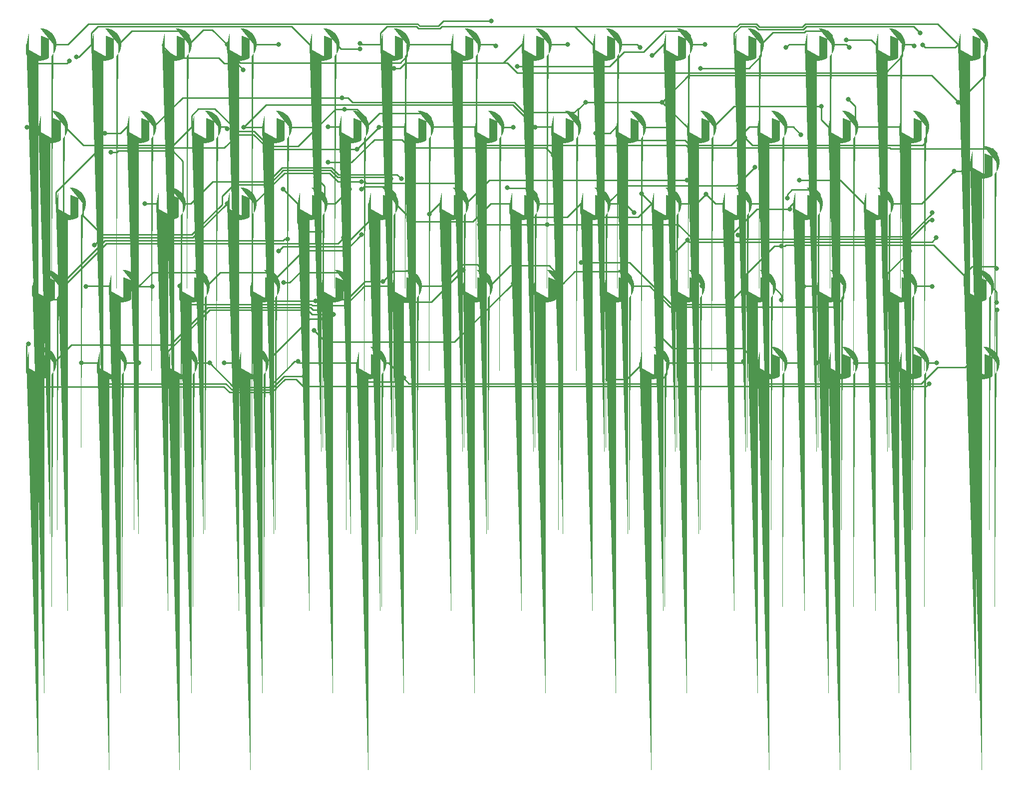
<source format=gbr>
G04 #@! TF.GenerationSoftware,KiCad,Pcbnew,6.0.4-6f826c9f35~116~ubuntu20.04.1*
G04 #@! TF.CreationDate,2022-04-24T22:14:44+02:00*
G04 #@! TF.ProjectId,keyboard,6b657962-6f61-4726-942e-6b696361645f,rev?*
G04 #@! TF.SameCoordinates,Original*
G04 #@! TF.FileFunction,Copper,L1,Top*
G04 #@! TF.FilePolarity,Positive*
%FSLAX46Y46*%
G04 Gerber Fmt 4.6, Leading zero omitted, Abs format (unit mm)*
G04 Created by KiCad (PCBNEW 6.0.4-6f826c9f35~116~ubuntu20.04.1) date 2022-04-24 22:14:44*
%MOMM*%
%LPD*%
G01*
G04 APERTURE LIST*
G04 Aperture macros list*
%AMFreePoly0*
4,1,103,0.422812,1.999002,0.439619,1.993171,0.440305,1.991756,0.441755,1.991155,0.448553,1.974744,0.456314,1.958736,0.455799,1.957251,0.456400,1.955800,0.456400,-0.935780,2.413800,-2.023224,2.413800,1.422400,2.417334,1.430931,2.417061,1.440161,2.424368,1.447914,2.428445,1.457755,2.436975,1.461288,2.443309,1.468008,2.453957,1.468323,2.463800,1.472400,2.472331,1.468866,
2.481561,1.469139,3.751561,0.986539,3.759314,0.979232,3.769155,0.975155,3.772688,0.966625,3.779408,0.960291,3.779723,0.949643,3.783800,0.939800,3.783800,-2.260600,3.782370,-2.264052,3.783297,-2.267671,3.775221,-2.281311,3.769155,-2.295955,3.765704,-2.297385,3.763800,-2.300600,3.560600,-2.453000,3.554370,-2.454596,3.549831,-2.459154,3.245031,-2.586154,3.241949,-2.586160,
3.239536,-2.588076,2.883936,-2.689676,2.881796,-2.689430,2.880006,-2.690629,2.499006,-2.766829,2.493956,-2.765830,2.489200,-2.767800,2.032000,-2.767800,2.028200,-2.766226,2.024202,-2.767188,1.541602,-2.690988,1.537909,-2.688727,1.533589,-2.689034,1.076389,-2.536634,1.071884,-2.532727,1.065995,-2.531783,0.735795,-2.328583,0.733473,-2.325375,0.729703,-2.324169,0.399503,-2.044769,
0.398489,-2.042802,0.396444,-2.041955,0.117045,-1.762555,0.115214,-1.758134,0.111198,-1.755527,-0.168202,-1.349126,-0.169400,-1.343493,-0.173424,-1.339370,-0.325824,-0.958370,-0.325797,-0.956186,-0.327189,-0.954504,-0.428789,-0.624304,-0.428380,-0.619972,-0.430561,-0.616208,-0.481361,-0.235208,-0.480462,-0.231830,-0.481800,-0.228600,-0.481800,0.203200,-0.480370,0.206652,-0.481297,0.210271,
-0.430498,0.565871,-0.428402,0.569410,-0.428789,0.573504,-0.327189,0.903704,-0.324938,0.906424,-0.324798,0.909953,-0.172398,1.240153,-0.171085,1.241365,-0.170895,1.243143,-0.018495,1.522543,-0.015193,1.525207,-0.014068,1.529297,0.163733,1.757897,0.165256,1.758763,0.165830,1.760418,0.369030,1.989019,0.370444,1.989705,0.371045,1.991155,0.387459,1.997954,0.403464,2.005714,
0.404949,2.005199,0.406400,2.005800,0.422812,1.999002,0.422812,1.999002,$1*%
%AMFreePoly1*
4,1,94,-2.235111,2.741264,-2.232081,2.742303,-1.825681,2.716903,-1.821113,2.714668,-1.816075,2.715354,-1.333475,2.588354,-1.329741,2.585515,-1.325056,2.585309,-0.944056,2.407509,-0.941067,2.404245,-0.936740,2.403310,-0.606540,2.174710,-0.605988,2.173853,-0.605000,2.173600,-0.300200,1.945000,-0.297615,1.940634,-0.293035,1.938448,-0.064435,1.684448,-0.062855,1.679982,-0.059017,1.677205,
0.144183,1.347005,0.144553,1.344694,0.146321,1.343161,0.324121,0.987561,0.324386,0.983834,0.326834,0.981011,0.453834,0.600012,0.453469,0.594877,0.456014,0.590402,0.506814,0.184001,0.505943,0.180834,0.507200,0.177800,0.507200,-0.203200,0.505543,-0.207200,0.506520,-0.211419,0.430320,-0.668620,0.428143,-0.672110,0.428434,-0.676211,0.276034,-1.133411,0.273146,-1.136741,
0.272718,-1.141129,0.069518,-1.522129,0.064272,-1.526442,0.061877,-1.532797,-0.319123,-1.939197,-0.319914,-1.939555,-0.320245,-1.940355,-0.337228,-1.947390,-0.353988,-1.954974,-0.354799,-1.954668,-0.355600,-1.955000,-0.372581,-1.947966,-0.389797,-1.941477,-0.390155,-1.940686,-0.390955,-1.940355,-0.397990,-1.923372,-0.405574,-1.906612,-0.405268,-1.905801,-0.405600,-1.905000,-0.405600,1.311106,
-2.413800,2.036962,-2.413800,-1.320800,-2.419036,-1.333440,-2.421184,-1.346951,-2.426114,-1.350528,-2.428445,-1.356155,-2.441085,-1.361391,-2.452158,-1.369425,-2.458172,-1.368469,-2.463800,-1.370800,-2.476440,-1.365564,-2.489951,-1.363416,-3.607551,-0.677616,-3.611128,-0.672686,-3.616755,-0.670355,-3.621990,-0.657716,-3.630025,-0.646643,-3.629069,-0.640628,-3.631400,-0.635000,-3.631400,2.362200,
-3.627829,2.370821,-3.628067,2.380149,-3.620795,2.387803,-3.616755,2.397555,-3.608136,2.401125,-3.601707,2.407891,-3.144507,2.611091,-3.139306,2.611224,-3.135047,2.614209,-2.677846,2.715809,-2.673713,2.715082,-2.669936,2.716914,-2.238137,2.742314,-2.235111,2.741264,-2.235111,2.741264,$1*%
G04 Aperture macros list end*
G04 #@! TA.AperFunction,SMDPad,CuDef*
%ADD10FreePoly0,0.000000*%
G04 #@! TD*
G04 #@! TA.AperFunction,SMDPad,CuDef*
%ADD11FreePoly1,0.000000*%
G04 #@! TD*
G04 #@! TA.AperFunction,ViaPad*
%ADD12C,0.800000*%
G04 #@! TD*
G04 #@! TA.AperFunction,Conductor*
%ADD13C,0.250000*%
G04 #@! TD*
G04 APERTURE END LIST*
D10*
X21446000Y-24214600D03*
D11*
X25992600Y-24214600D03*
D10*
X26446000Y-51214600D03*
D11*
X30992600Y-51214600D03*
D10*
X22446000Y-65214600D03*
D11*
X26992600Y-65214600D03*
D10*
X21446000Y-78214600D03*
D11*
X25992600Y-78214600D03*
D10*
X32446000Y-24214600D03*
D11*
X36992600Y-24214600D03*
D10*
X38446000Y-38214600D03*
D11*
X42992600Y-38214600D03*
D10*
X43446000Y-51214600D03*
D11*
X47992600Y-51214600D03*
D10*
X35446000Y-65214600D03*
D11*
X39992600Y-65214600D03*
D10*
X33446000Y-78214600D03*
D11*
X37992600Y-78214600D03*
D10*
X49446000Y-38214600D03*
D11*
X53992600Y-38214600D03*
D10*
X55446000Y-51214600D03*
D11*
X59992600Y-51214600D03*
D10*
X47446000Y-65214600D03*
D11*
X51992600Y-65214600D03*
D10*
X45446000Y-78214600D03*
D11*
X49992600Y-78214600D03*
D10*
X61446000Y-38214600D03*
D11*
X65992600Y-38214600D03*
D10*
X67446000Y-51214600D03*
D11*
X71992600Y-51214600D03*
D10*
X59446000Y-65214600D03*
D11*
X63992600Y-65214600D03*
D10*
X57446000Y-78214600D03*
D11*
X61992600Y-78214600D03*
D10*
X69446000Y-24214600D03*
D11*
X73992600Y-24214600D03*
D10*
X74446000Y-38214600D03*
D11*
X78992600Y-38214600D03*
D10*
X79446000Y-51214600D03*
D11*
X83992600Y-51214600D03*
D10*
X71446000Y-65214600D03*
D11*
X75992600Y-65214600D03*
D10*
X77446000Y-78214600D03*
D11*
X81992600Y-78214600D03*
D10*
X81446000Y-24214600D03*
D11*
X85992600Y-24214600D03*
D10*
X85446000Y-38214600D03*
D11*
X89992600Y-38214600D03*
D10*
X91446000Y-51214600D03*
D11*
X95992600Y-51214600D03*
D10*
X83446000Y-65214600D03*
D11*
X87992600Y-65214600D03*
D10*
X145446000Y-78214600D03*
D11*
X149992600Y-78214600D03*
D10*
X97446000Y-38214600D03*
D11*
X101992600Y-38214600D03*
D10*
X103446000Y-51214600D03*
D11*
X107992600Y-51214600D03*
D10*
X95446000Y-65214600D03*
D11*
X99992600Y-65214600D03*
D10*
X157446000Y-78214600D03*
D11*
X161992600Y-78214600D03*
D10*
X105446000Y-24214600D03*
D11*
X109992600Y-24214600D03*
D10*
X110446000Y-38214600D03*
D11*
X114992600Y-38214600D03*
D10*
X115446000Y-51214600D03*
D11*
X119992600Y-51214600D03*
D10*
X107446000Y-65214600D03*
D11*
X111992600Y-65214600D03*
D10*
X169446000Y-78214600D03*
D11*
X173992600Y-78214600D03*
D10*
X117446000Y-24214600D03*
D11*
X121992600Y-24214600D03*
D10*
X121446000Y-38214600D03*
D11*
X125992600Y-38214600D03*
D10*
X127446000Y-51214600D03*
D11*
X131992600Y-51214600D03*
D10*
X119446000Y-65214600D03*
D11*
X123992600Y-65214600D03*
D10*
X181446000Y-78214600D03*
D11*
X185992600Y-78214600D03*
D10*
X129446000Y-24214600D03*
D11*
X133992600Y-24214600D03*
D10*
X133446000Y-38214600D03*
D11*
X137992600Y-38214600D03*
D10*
X139446000Y-51214600D03*
D11*
X143992600Y-51214600D03*
D10*
X131446000Y-65214600D03*
D11*
X135992600Y-65214600D03*
D10*
X151446000Y-51214600D03*
D11*
X155992600Y-51214600D03*
D10*
X143446000Y-65214600D03*
D11*
X147992600Y-65214600D03*
D10*
X153446000Y-24214600D03*
D11*
X157992600Y-24214600D03*
D10*
X157446000Y-38214600D03*
D11*
X161992600Y-38214600D03*
D10*
X163446000Y-51214600D03*
D11*
X167992600Y-51214600D03*
D10*
X155446000Y-65214600D03*
D11*
X159992600Y-65214600D03*
D10*
X165446000Y-24214600D03*
D11*
X169992600Y-24214600D03*
D10*
X169446000Y-38214600D03*
D11*
X173992600Y-38214600D03*
D10*
X167446000Y-65214600D03*
D11*
X171992600Y-65214600D03*
D10*
X179446000Y-24214600D03*
D11*
X183992600Y-24214600D03*
D10*
X181446000Y-44214600D03*
D11*
X185992600Y-44214600D03*
D10*
X180446000Y-65214600D03*
D11*
X184992600Y-65214600D03*
D10*
X141446000Y-24214600D03*
D11*
X145992600Y-24214600D03*
D10*
X23446000Y-38214600D03*
D11*
X27992600Y-38214600D03*
D10*
X44446000Y-24214600D03*
D11*
X48992600Y-24214600D03*
D10*
X55446000Y-24214600D03*
D11*
X59992600Y-24214600D03*
D10*
X93446000Y-24214600D03*
D11*
X97992600Y-24214600D03*
D10*
X125446000Y-78214600D03*
D11*
X129992600Y-78214600D03*
D10*
X145446000Y-38214600D03*
D11*
X149992600Y-38214600D03*
D12*
X175024990Y-65250000D03*
X31500000Y-65250006D03*
X21750000Y-75000000D03*
X21500000Y-38250000D03*
X55446000Y-51214600D03*
X32987338Y-58237342D03*
X173000000Y-22249998D03*
X65074979Y-64585907D03*
X64249992Y-59250000D03*
X174499999Y-81750000D03*
X111750000Y-51000000D03*
X47475010Y-65214600D03*
X55500000Y-38500000D03*
X55000000Y-78250000D03*
X95512660Y-62512660D03*
X103000000Y-48500000D03*
X118000000Y-39250000D03*
X29939027Y-26343879D03*
X119987340Y-80987340D03*
X34750000Y-39250000D03*
X150250000Y-24750000D03*
X84664496Y-81475001D03*
X95445992Y-65214608D03*
X52500002Y-78250000D03*
X145000000Y-45000000D03*
X67524990Y-78000000D03*
X124500000Y-52750000D03*
X58250000Y-38250000D03*
X150925021Y-52183290D03*
X89750000Y-53000000D03*
X107446000Y-65214600D03*
X109750000Y-54750000D03*
X98250000Y-54750000D03*
X107750000Y-38250000D03*
X58224500Y-28500000D03*
X152500000Y-78250000D03*
X65750000Y-57250000D03*
X186012660Y-69262660D03*
X186000000Y-62250000D03*
X64250000Y-24250000D03*
X149500000Y-58425021D03*
X119446000Y-65214600D03*
X72624968Y-44221934D03*
X156250004Y-34750000D03*
X72624968Y-38221934D03*
X110750000Y-43000000D03*
X115500010Y-61250000D03*
X77500000Y-42000000D03*
X161992600Y-78214600D03*
X175000000Y-52750000D03*
X172000000Y-24500000D03*
X153262660Y-65237340D03*
X83750000Y-28250004D03*
X152000006Y-56250000D03*
X70512660Y-46762660D03*
X81250000Y-38250000D03*
X76250000Y-48750002D03*
X68500000Y-80500000D03*
X135992600Y-65214600D03*
X142080504Y-56580504D03*
X78000000Y-23999992D03*
X173417940Y-24304707D03*
X175012663Y-54012657D03*
X30750000Y-78250000D03*
X41500000Y-51250000D03*
X178725010Y-45750000D03*
X70250000Y-72750000D03*
X143262660Y-40012660D03*
X101000000Y-24500000D03*
X104000000Y-64749990D03*
X136675020Y-49613870D03*
X100250000Y-20250000D03*
X104656162Y-27957840D03*
X136499998Y-24249998D03*
X104000000Y-38250000D03*
X70500000Y-67750000D03*
X55446000Y-24214600D03*
X71250000Y-56000000D03*
X71250000Y-69250000D03*
X65000000Y-48750000D03*
X127538775Y-26050639D03*
X179475010Y-34000000D03*
X171250000Y-59250008D03*
X116250000Y-34000000D03*
X75000000Y-33250000D03*
X113250000Y-24250000D03*
X129231400Y-34000000D03*
X71250000Y-70750000D03*
X75349862Y-35175457D03*
X73500000Y-70000000D03*
X135750000Y-28249986D03*
X155500000Y-78250000D03*
X160823664Y-33556929D03*
X75250000Y-57000000D03*
X131000000Y-38250000D03*
X160975010Y-24750000D03*
X152500000Y-47250000D03*
X152750002Y-39500000D03*
X133524990Y-57370369D03*
X186000000Y-68000002D03*
X133475001Y-47250321D03*
X145960670Y-51314635D03*
X175750000Y-57000000D03*
X77974832Y-24999695D03*
X175762660Y-78237340D03*
X78250000Y-47502016D03*
X83250000Y-47000000D03*
X125500000Y-24750000D03*
X129000000Y-73750000D03*
X78250000Y-48750006D03*
X125750000Y-49500000D03*
X143000000Y-78000000D03*
X160500471Y-23489590D03*
X149500000Y-67582400D03*
X42750000Y-65250000D03*
X78250000Y-56499994D03*
X85466470Y-80775500D03*
X40500000Y-78250000D03*
X150475010Y-50250000D03*
X28749994Y-27000000D03*
X85000000Y-47000000D03*
X81900000Y-64400000D03*
X35750000Y-42500000D03*
D13*
X34224680Y-57000000D02*
X32987338Y-58237342D01*
X23446000Y-38214600D02*
X21535400Y-38214600D01*
X172600001Y-21849999D02*
X173000000Y-22249998D01*
X21535400Y-38214600D02*
X21500000Y-38250000D01*
X35446000Y-65214600D02*
X31535406Y-65214600D01*
X75992600Y-65214600D02*
X75992600Y-63633298D01*
X64999988Y-58500004D02*
X64649991Y-58850001D01*
X65290998Y-81000000D02*
X67173002Y-81000000D01*
X75243178Y-62883876D02*
X67812022Y-62883876D01*
X49660600Y-57000000D02*
X34224680Y-57000000D01*
X145592358Y-21709311D02*
X153177104Y-21709311D01*
X171992600Y-65214600D02*
X174989590Y-65214600D01*
X23887617Y-82250000D02*
X54920384Y-82250000D01*
X21446000Y-75304000D02*
X21750000Y-75000000D01*
X141446000Y-22287254D02*
X142585977Y-21147277D01*
X55920383Y-83250000D02*
X63040998Y-83250000D01*
X75176994Y-58500004D02*
X64999988Y-58500004D01*
X79446000Y-54230998D02*
X75176994Y-58500004D01*
X63040998Y-83250000D02*
X65290998Y-81000000D01*
X54920384Y-82250000D02*
X55920383Y-83250000D01*
X55446000Y-51214600D02*
X49660600Y-57000000D01*
X174049988Y-82200011D02*
X174499999Y-81750000D01*
X153177104Y-21709311D02*
X153739139Y-21147277D01*
X67812022Y-62883876D02*
X66109991Y-64585907D01*
X153739139Y-21147277D02*
X171897278Y-21147276D01*
X21446000Y-78214600D02*
X21446000Y-75304000D01*
X21446000Y-78214600D02*
X21446000Y-79808383D01*
X142585977Y-21147277D02*
X145030324Y-21147277D01*
X68373013Y-82200011D02*
X174049988Y-82200011D01*
X145030324Y-21147277D02*
X145592358Y-21709311D01*
X31535406Y-65214600D02*
X31500000Y-65250006D01*
X67173002Y-81000000D02*
X68373013Y-82200011D01*
X64649991Y-58850001D02*
X64249992Y-59250000D01*
X174989590Y-65214600D02*
X175024990Y-65250000D01*
X79446000Y-51214600D02*
X79446000Y-54230998D01*
X141446000Y-24214600D02*
X141446000Y-22287254D01*
X171897278Y-21147276D02*
X172600001Y-21849999D01*
X21446000Y-79808383D02*
X23887617Y-82250000D01*
X66109991Y-64585907D02*
X65074979Y-64585907D01*
X75992600Y-63633298D02*
X75243178Y-62883876D01*
X118000000Y-39250000D02*
X120410600Y-39250000D01*
X83446000Y-65214600D02*
X83446000Y-66808383D01*
X83446000Y-65214600D02*
X78785400Y-65214600D01*
X48349978Y-68349978D02*
X47475010Y-67475010D01*
X55035400Y-78214600D02*
X55000000Y-78250000D01*
X103100001Y-48600001D02*
X106959303Y-48600001D01*
X122132201Y-40494584D02*
X121446000Y-39808383D01*
X55214600Y-38214600D02*
X55500000Y-38500000D01*
X75524983Y-68475017D02*
X69901999Y-68475017D01*
X57446000Y-78214600D02*
X55035400Y-78214600D01*
X83446000Y-66808383D02*
X84576136Y-67938519D01*
X128160003Y-40494584D02*
X122132201Y-40494584D01*
X111535400Y-51214600D02*
X111750000Y-51000000D01*
X107992600Y-51214600D02*
X111535400Y-51214600D01*
X69901999Y-68475017D02*
X69776960Y-68349978D01*
X90086801Y-67938519D02*
X95112661Y-62912659D01*
X120410600Y-39250000D02*
X121446000Y-38214600D01*
X103000000Y-48500000D02*
X103100001Y-48600001D01*
X145446000Y-38214600D02*
X144035400Y-38214600D01*
X133101398Y-40464988D02*
X128189599Y-40464988D01*
X128189599Y-40464988D02*
X128160003Y-40494584D01*
X95112661Y-62912659D02*
X95512660Y-62512660D01*
X107992600Y-49633298D02*
X107992600Y-51214600D01*
X144035400Y-38214600D02*
X140942590Y-41307410D01*
X106959303Y-48600001D02*
X107992600Y-49633298D01*
X133943820Y-41307410D02*
X133101398Y-40464988D01*
X47475010Y-67475010D02*
X47475010Y-65214600D01*
X140942590Y-41307410D02*
X133943820Y-41307410D01*
X121446000Y-39808383D02*
X121446000Y-38214600D01*
X78785400Y-65214600D02*
X75524983Y-68475017D01*
X84576136Y-67938519D02*
X90086801Y-67938519D01*
X69776960Y-68349978D02*
X48349978Y-68349978D01*
X53992600Y-38214600D02*
X55214600Y-38214600D01*
X32446000Y-24214600D02*
X30316721Y-26343879D01*
X52464602Y-78214600D02*
X52500002Y-78250000D01*
X38446000Y-38214600D02*
X37410600Y-39250000D01*
X79112618Y-81475001D02*
X84098811Y-81475001D01*
X37410600Y-39250000D02*
X34750000Y-39250000D01*
X30316721Y-26343879D02*
X29939027Y-26343879D01*
X33585978Y-21147276D02*
X36030324Y-21147276D01*
X32446000Y-22287254D02*
X33585978Y-21147276D01*
X77446000Y-78214600D02*
X67739590Y-78214600D01*
X141852724Y-48147276D02*
X123059924Y-48147276D01*
X49992600Y-78214600D02*
X52464602Y-78214600D01*
X125446000Y-78214600D02*
X125446000Y-78804000D01*
X77446000Y-79808383D02*
X79112618Y-81475001D01*
X32446000Y-24214600D02*
X32446000Y-22287254D01*
X123262660Y-80987340D02*
X119987340Y-80987340D01*
X66378676Y-21147276D02*
X68998582Y-23767182D01*
X45585978Y-21147276D02*
X66378676Y-21147276D01*
X125446000Y-78804000D02*
X123262660Y-80987340D01*
X52500002Y-78250000D02*
X56599978Y-82349978D01*
X119992600Y-51214600D02*
X122964600Y-51214600D01*
X123059924Y-48147276D02*
X120463546Y-50743654D01*
X62609327Y-82349978D02*
X66959305Y-78000000D01*
X66959305Y-78000000D02*
X67524990Y-78000000D01*
X77446000Y-78214600D02*
X77446000Y-79808383D01*
X84098811Y-81475001D02*
X84664496Y-81475001D01*
X145000000Y-45000000D02*
X141852724Y-48147276D01*
X36030324Y-21147276D02*
X36083059Y-21200011D01*
X56599978Y-82349978D02*
X62609327Y-82349978D01*
X95446000Y-65214600D02*
X95445992Y-65214608D01*
X67739590Y-78214600D02*
X67524990Y-78000000D01*
X122964600Y-51214600D02*
X124500000Y-52750000D01*
X45533243Y-21200011D02*
X45585978Y-21147276D01*
X150785400Y-24214600D02*
X150250000Y-24750000D01*
X153446000Y-24214600D02*
X150785400Y-24214600D01*
X68998582Y-23767182D02*
X69446000Y-24214600D01*
X36083059Y-21200011D02*
X45533243Y-21200011D01*
X120463546Y-50743654D02*
X119992600Y-51214600D01*
X89750000Y-52910600D02*
X89750000Y-53000000D01*
X131977623Y-54750000D02*
X134477623Y-57250000D01*
X152500000Y-78250000D02*
X150028000Y-78250000D01*
X64934315Y-57500000D02*
X65184315Y-57250000D01*
X150028000Y-78250000D02*
X149992600Y-78214600D01*
X107785400Y-38214600D02*
X107750000Y-38250000D01*
X145316710Y-52183290D02*
X150925021Y-52183290D01*
X110446000Y-38214600D02*
X107785400Y-38214600D01*
X107750000Y-38250000D02*
X103949511Y-34449511D01*
X54057188Y-26500000D02*
X54972187Y-27414999D01*
X150925021Y-51735579D02*
X150925021Y-52183290D01*
X61410600Y-38250000D02*
X61446000Y-38214600D01*
X57139499Y-27414999D02*
X58224500Y-28500000D01*
X65184315Y-57250000D02*
X65750000Y-57250000D01*
X34750000Y-57500000D02*
X64934315Y-57500000D01*
X109750000Y-54750000D02*
X98250000Y-54750000D01*
X26992600Y-65214600D02*
X27035400Y-65214600D01*
X134477623Y-57250000D02*
X140250000Y-57250000D01*
X62050489Y-34449511D02*
X58250000Y-38250000D01*
X27035400Y-65214600D02*
X34750000Y-57500000D01*
X91446000Y-51214600D02*
X89750000Y-52910600D01*
X44446000Y-24214600D02*
X44446000Y-24414051D01*
X109750000Y-54750000D02*
X131977623Y-54750000D01*
X54972187Y-27414999D02*
X57139499Y-27414999D01*
X58250000Y-38250000D02*
X61410600Y-38250000D01*
X103949511Y-34449511D02*
X62050489Y-34449511D01*
X140250000Y-57250000D02*
X145316710Y-52183290D01*
X44446000Y-24414051D02*
X46531949Y-26500000D01*
X151446000Y-51214600D02*
X150925021Y-51735579D01*
X46531949Y-26500000D02*
X54057188Y-26500000D01*
X74446000Y-38214600D02*
X72632302Y-38214600D01*
X76569064Y-44221934D02*
X72624968Y-44221934D01*
X180446000Y-65214600D02*
X180446000Y-63446000D01*
X185992600Y-78214600D02*
X185992600Y-69282720D01*
X143446000Y-63238315D02*
X148259294Y-58425021D01*
X148259294Y-58425021D02*
X148934315Y-58425021D01*
X175250000Y-58250000D02*
X150240706Y-58250000D01*
X123750000Y-61250000D02*
X115500010Y-61250000D01*
X181834316Y-61850001D02*
X185600001Y-61850001D01*
X180446000Y-63238317D02*
X181834316Y-61850001D01*
X64250000Y-24250000D02*
X60028000Y-24250000D01*
X72632302Y-38214600D02*
X72624968Y-38221934D01*
X109500000Y-41750000D02*
X86500000Y-41750000D01*
X180446000Y-63446000D02*
X175250000Y-58250000D01*
X157446000Y-38214600D02*
X156250004Y-37018604D01*
X141457200Y-34750000D02*
X156250004Y-34750000D01*
X148934315Y-58425021D02*
X149500000Y-58425021D01*
X110750000Y-43000000D02*
X109500000Y-41750000D01*
X180446000Y-65214600D02*
X180446000Y-63238317D01*
X150240706Y-58250000D02*
X150065685Y-58425021D01*
X80425519Y-40365479D02*
X76569064Y-44221934D01*
X140353190Y-68307410D02*
X130807410Y-68307410D01*
X185600001Y-61850001D02*
X186000000Y-62250000D01*
X60028000Y-24250000D02*
X59992600Y-24214600D01*
X86500000Y-41750000D02*
X85115479Y-40365479D01*
X143446000Y-65214600D02*
X143446000Y-63238315D01*
X185992600Y-69282720D02*
X186012660Y-69262660D01*
X150065685Y-58425021D02*
X149500000Y-58425021D01*
X143446000Y-65214600D02*
X140353190Y-68307410D01*
X130807410Y-68307410D02*
X123750000Y-61250000D01*
X85115479Y-40365479D02*
X80425519Y-40365479D01*
X156250004Y-37018604D02*
X156250004Y-34750000D01*
X137992600Y-38214600D02*
X141457200Y-34750000D01*
X26446000Y-49287254D02*
X33975833Y-41757421D01*
X102310599Y-27350001D02*
X104993599Y-24667001D01*
X71992600Y-51214600D02*
X73785402Y-51214600D01*
X77500000Y-42000000D02*
X81285400Y-38214600D01*
X71992600Y-48242600D02*
X70512660Y-46762660D01*
X175000000Y-52875000D02*
X171099519Y-56775481D01*
X171099519Y-56775481D02*
X152525487Y-56775481D01*
X102310599Y-27350001D02*
X85715684Y-27350001D01*
X85715684Y-27350001D02*
X84815681Y-28250004D01*
X84815681Y-28250004D02*
X84315685Y-28250004D01*
X175000000Y-52750000D02*
X175000000Y-52875000D01*
X152525487Y-56775481D02*
X152000006Y-56250000D01*
X71992600Y-51214600D02*
X71992600Y-48242600D01*
X169446000Y-78214600D02*
X161992600Y-78214600D01*
X81285400Y-38214600D02*
X85446000Y-38214600D01*
X57250000Y-39500000D02*
X59989844Y-39500000D01*
X103023003Y-27350001D02*
X102310599Y-27350001D01*
X153285400Y-65214600D02*
X153262660Y-65237340D01*
X84315685Y-28250004D02*
X83750000Y-28250004D01*
X75850001Y-49150001D02*
X76250000Y-48750002D01*
X169992600Y-26192746D02*
X167185346Y-29000000D01*
X62489844Y-42000000D02*
X77500000Y-42000000D01*
X26446000Y-51214600D02*
X26446000Y-49287254D01*
X169992600Y-24214600D02*
X171714600Y-24214600D01*
X104673002Y-29000000D02*
X103023003Y-27350001D01*
X167185346Y-29000000D02*
X104673002Y-29000000D01*
X59989844Y-39500000D02*
X62489844Y-42000000D01*
X169992600Y-24214600D02*
X169992600Y-26192746D01*
X104993599Y-24667001D02*
X105446000Y-24214600D01*
X155446000Y-65214600D02*
X153285400Y-65214600D01*
X171714600Y-24214600D02*
X172000000Y-24500000D01*
X73785402Y-51214600D02*
X75850001Y-49150001D01*
X81285400Y-38214600D02*
X81250000Y-38250000D01*
X33975833Y-41757421D02*
X54992579Y-41757421D01*
X54992579Y-41757421D02*
X57250000Y-39500000D01*
X178325011Y-46149999D02*
X178725010Y-45750000D01*
X142725001Y-57225001D02*
X171285717Y-57225001D01*
X179446000Y-24214600D02*
X178935598Y-24725002D01*
X114490700Y-21259300D02*
X114602724Y-21147276D01*
X62854598Y-82799989D02*
X56299989Y-82799989D01*
X81446000Y-22287254D02*
X81446000Y-22667216D01*
X142080504Y-56580504D02*
X142725001Y-57225001D01*
X178998582Y-23767182D02*
X179446000Y-24214600D01*
X179910600Y-45750000D02*
X178725010Y-45750000D01*
X178935598Y-24725002D02*
X173838235Y-24725002D01*
X145216724Y-20697265D02*
X145778758Y-21259300D01*
X167992600Y-51214600D02*
X173260410Y-51214600D01*
X33446000Y-79808383D02*
X33446000Y-78214600D01*
X145778758Y-21259300D02*
X152990702Y-21259300D01*
X35387617Y-81750000D02*
X33446000Y-79808383D01*
X171285717Y-57225001D02*
X174498061Y-54012657D01*
X173260410Y-51214600D02*
X178325011Y-46149999D01*
X55250000Y-81750000D02*
X35387617Y-81750000D01*
X175928665Y-20697265D02*
X178998582Y-23767182D01*
X91514401Y-21515012D02*
X87949599Y-21515012D01*
X81446000Y-22667216D02*
X81446000Y-24214600D01*
X152990702Y-21259300D02*
X153552735Y-20697265D01*
X173838235Y-24725002D02*
X173817939Y-24704706D01*
X117446000Y-24214600D02*
X114490700Y-21259300D01*
X33446000Y-78214600D02*
X30785400Y-78214600D01*
X114602724Y-21147276D02*
X141949567Y-21147276D01*
X30785400Y-78214600D02*
X30750000Y-78250000D01*
X81446000Y-24214600D02*
X78214608Y-24214600D01*
X141949567Y-21147276D02*
X142399578Y-20697265D01*
X114378676Y-21147276D02*
X91882136Y-21147276D01*
X56299989Y-82799989D02*
X55250000Y-81750000D01*
X87581864Y-21147276D02*
X82585978Y-21147276D01*
X43410600Y-51250000D02*
X43446000Y-51214600D01*
X82585978Y-21147276D02*
X81446000Y-22287254D01*
X91882136Y-21147276D02*
X91514401Y-21515012D01*
X153552735Y-20697265D02*
X175928665Y-20697265D01*
X68500000Y-80500000D02*
X65154587Y-80500000D01*
X173817939Y-24704706D02*
X173417940Y-24304707D01*
X87949599Y-21515012D02*
X87581864Y-21147276D01*
X181446000Y-44214600D02*
X179910600Y-45750000D01*
X78214608Y-24214600D02*
X78000000Y-23999992D01*
X41500000Y-51250000D02*
X43410600Y-51250000D01*
X65154587Y-80500000D02*
X62854598Y-82799989D01*
X174498061Y-54012657D02*
X175012663Y-54012657D01*
X114490700Y-21259300D02*
X114378676Y-21147276D01*
X142399578Y-20697265D02*
X145216724Y-20697265D01*
X91328001Y-21065001D02*
X92143002Y-20250000D01*
X133992600Y-24214600D02*
X136464600Y-24214600D01*
X31979737Y-20697262D02*
X87768260Y-20697262D01*
X25992600Y-24214600D02*
X28462399Y-24214600D01*
X69934315Y-67750000D02*
X70500000Y-67750000D01*
X122811907Y-25475001D02*
X120329068Y-27957840D01*
X144557410Y-41307410D02*
X143662659Y-40412659D01*
X72200000Y-74700000D02*
X94049990Y-74700000D01*
X133992600Y-24214600D02*
X133992600Y-22633298D01*
X102028000Y-38250000D02*
X101992600Y-38214600D01*
X88135999Y-21065001D02*
X91328001Y-21065001D01*
X173442590Y-41307410D02*
X144557410Y-41307410D01*
X120329068Y-27957840D02*
X105221847Y-27957840D01*
X173992600Y-38214600D02*
X173992600Y-40757400D01*
X94049990Y-74700000D02*
X104000000Y-64749990D01*
X129689126Y-21883876D02*
X126098001Y-25475001D01*
X92143002Y-20250000D02*
X99684315Y-20250000D01*
X138275750Y-51214600D02*
X136675020Y-49613870D01*
X69934299Y-67750016D02*
X69934315Y-67750000D01*
X105221847Y-27957840D02*
X104656162Y-27957840D01*
X131992600Y-51214600D02*
X135074290Y-51214600D01*
X97992600Y-24214600D02*
X100714600Y-24214600D01*
X87768260Y-20697262D02*
X88135999Y-21065001D01*
X136464600Y-24214600D02*
X136499998Y-24249998D01*
X70250000Y-72750000D02*
X72200000Y-74700000D01*
X173992600Y-40757400D02*
X173442590Y-41307410D01*
X59446000Y-66808383D02*
X60387633Y-67750016D01*
X139446000Y-51214600D02*
X138275750Y-51214600D01*
X104000000Y-38250000D02*
X102028000Y-38250000D01*
X60387633Y-67750016D02*
X69934299Y-67750016D01*
X59446000Y-65214600D02*
X59446000Y-66808383D01*
X28462399Y-24214600D02*
X31979737Y-20697262D01*
X133243178Y-21883876D02*
X129689126Y-21883876D01*
X143662659Y-40412659D02*
X143262660Y-40012660D01*
X133992600Y-22633298D02*
X133243178Y-21883876D01*
X135074290Y-51214600D02*
X136675020Y-49613870D01*
X99684315Y-20250000D02*
X100250000Y-20250000D01*
X100714600Y-24214600D02*
X101000000Y-24500000D01*
X126098001Y-25475001D02*
X122811907Y-25475001D01*
X85992600Y-24214600D02*
X85992600Y-26192746D01*
X84877936Y-27307410D02*
X57667614Y-27307410D01*
X69590564Y-68799989D02*
X70040575Y-69250000D01*
X85992600Y-26192746D02*
X84877936Y-27307410D01*
X48243178Y-21883876D02*
X48992600Y-22633298D01*
X45852724Y-75147276D02*
X52200011Y-68799989D01*
X55446000Y-24214600D02*
X52981400Y-21750000D01*
X71250000Y-56000000D02*
X69000000Y-56000000D01*
X52200011Y-68799989D02*
X69590564Y-68799989D01*
X93446000Y-24214600D02*
X85992600Y-24214600D01*
X70684315Y-69250000D02*
X71250000Y-69250000D01*
X51457200Y-21750000D02*
X48992600Y-24214600D01*
X39323324Y-21883876D02*
X48243178Y-21883876D01*
X69000000Y-56000000D02*
X67446000Y-54446000D01*
X25992600Y-78214600D02*
X29059924Y-75147276D01*
X67446000Y-54446000D02*
X67446000Y-51214600D01*
X55446000Y-25085796D02*
X55446000Y-24214600D01*
X67446000Y-51214600D02*
X65000000Y-48768600D01*
X65000000Y-48768600D02*
X65000000Y-48750000D01*
X57667614Y-27307410D02*
X55446000Y-25085796D01*
X29059924Y-75147276D02*
X45852724Y-75147276D01*
X52981400Y-21750000D02*
X51457200Y-21750000D01*
X36992600Y-24214600D02*
X39323324Y-21883876D01*
X70040575Y-69250000D02*
X70684315Y-69250000D01*
X48992600Y-22633298D02*
X48992600Y-24214600D01*
X114992600Y-35122602D02*
X115127398Y-35122602D01*
X47957200Y-33250000D02*
X42992600Y-38214600D01*
X129231400Y-34000000D02*
X133446000Y-38214600D01*
X127609961Y-26050639D02*
X127538775Y-26050639D01*
X167446000Y-63054008D02*
X170850001Y-59650007D01*
X129231400Y-34000000D02*
X133731400Y-29500000D01*
X174975010Y-29500000D02*
X179075011Y-33600001D01*
X129446000Y-24214600D02*
X127609961Y-26050639D01*
X105885704Y-35750000D02*
X114365202Y-35750000D01*
X179475010Y-34000000D02*
X183992600Y-29482410D01*
X114365202Y-35750000D02*
X114992600Y-35122602D01*
X133731400Y-29500000D02*
X174975010Y-29500000D01*
X75000000Y-33250000D02*
X75947598Y-33250000D01*
X179075011Y-33600001D02*
X179475010Y-34000000D01*
X75000000Y-33250000D02*
X47957200Y-33250000D01*
X61992600Y-78214600D02*
X69457200Y-70750000D01*
X110028000Y-24250000D02*
X109992600Y-24214600D01*
X115127398Y-35122602D02*
X116250000Y-34000000D01*
X104135704Y-34000000D02*
X105885704Y-35750000D01*
X183992600Y-29482410D02*
X183992600Y-24214600D01*
X69457200Y-70750000D02*
X71250000Y-70750000D01*
X170850001Y-59650007D02*
X171250000Y-59250008D01*
X113250000Y-24250000D02*
X110028000Y-24250000D01*
X116250000Y-34000000D02*
X129231400Y-34000000D01*
X114992600Y-35122602D02*
X114992600Y-38214600D01*
X75947598Y-33250000D02*
X76697598Y-34000000D01*
X76697598Y-34000000D02*
X104135704Y-34000000D01*
X167446000Y-65214600D02*
X167446000Y-63054008D01*
X185243178Y-41883876D02*
X167997465Y-41883876D01*
X69154176Y-69250000D02*
X69904176Y-70000000D01*
X66028000Y-38250000D02*
X70750000Y-38250000D01*
X89992600Y-38214600D02*
X90499800Y-38214600D01*
X97446000Y-39808383D02*
X97446000Y-38214600D01*
X45446000Y-76287254D02*
X51733254Y-70000000D01*
X46360611Y-41299989D02*
X48993599Y-38667001D01*
X98937606Y-41299989D02*
X97446000Y-39808383D01*
X185992600Y-42633298D02*
X185243178Y-41883876D01*
X41877936Y-41307410D02*
X41885357Y-41299989D01*
X48993599Y-38667001D02*
X49446000Y-38214600D01*
X167871010Y-41757421D02*
X133757421Y-41757421D01*
X57225001Y-38975001D02*
X60101255Y-38975001D01*
X109693821Y-41307410D02*
X109686400Y-41299989D01*
X51733254Y-70000000D02*
X51750000Y-70000000D01*
X109686400Y-41299989D02*
X98937606Y-41299989D01*
X133757421Y-41757421D02*
X133307410Y-41307410D01*
X185992600Y-44214600D02*
X185992600Y-42633298D01*
X78992600Y-36633298D02*
X77534759Y-35175457D01*
X167997465Y-41883876D02*
X167871010Y-41757421D01*
X133307410Y-41307410D02*
X109693821Y-41307410D01*
X41885357Y-41299989D02*
X46360611Y-41299989D01*
X78992600Y-38214600D02*
X78992600Y-36633298D01*
X49446000Y-38214600D02*
X49446000Y-36287254D01*
X45446000Y-78214600D02*
X45446000Y-76287254D01*
X89243178Y-35883876D02*
X89992600Y-36633298D01*
X72934315Y-70000000D02*
X73500000Y-70000000D01*
X73824543Y-35175457D02*
X74784177Y-35175457D01*
X81323324Y-35883876D02*
X89243178Y-35883876D01*
X53397276Y-35147276D02*
X57225001Y-38975001D01*
X74784177Y-35175457D02*
X75349862Y-35175457D01*
X69904176Y-70000000D02*
X72934315Y-70000000D01*
X65992600Y-38214600D02*
X66028000Y-38250000D01*
X89992600Y-36633298D02*
X89992600Y-38214600D01*
X90499800Y-38214600D02*
X97446000Y-38214600D01*
X51750000Y-70000000D02*
X52500000Y-69250000D01*
X62626254Y-41500000D02*
X67500000Y-41500000D01*
X31085410Y-41307410D02*
X41877936Y-41307410D01*
X60101255Y-38975001D02*
X62626254Y-41500000D01*
X52500000Y-69250000D02*
X69154176Y-69250000D01*
X49446000Y-36287254D02*
X50585978Y-35147276D01*
X77534759Y-35175457D02*
X75915547Y-35175457D01*
X70750000Y-38250000D02*
X73824543Y-35175457D01*
X27992600Y-38214600D02*
X31085410Y-41307410D01*
X50585978Y-35147276D02*
X53397276Y-35147276D01*
X67500000Y-41500000D02*
X70750000Y-38250000D01*
X75915547Y-35175457D02*
X75349862Y-35175457D01*
X78992600Y-38214600D02*
X81323324Y-35883876D01*
X152500000Y-47250000D02*
X159481400Y-47250000D01*
X145992600Y-26192746D02*
X143935360Y-28249986D01*
X157446000Y-78214600D02*
X155535400Y-78214600D01*
X136315685Y-28249986D02*
X135750000Y-28249986D01*
X161992600Y-38214600D02*
X169446000Y-38214600D01*
X126028000Y-38250000D02*
X125992600Y-38214600D01*
X160439610Y-24214600D02*
X160975010Y-24750000D01*
X131000000Y-38250000D02*
X126028000Y-38250000D01*
X153363500Y-22159322D02*
X153638946Y-21883876D01*
X153638946Y-21883876D02*
X157243178Y-21883876D01*
X22446000Y-66808383D02*
X23132201Y-67494584D01*
X161992600Y-38214600D02*
X161992600Y-34725865D01*
X74250000Y-58000000D02*
X74850001Y-57399999D01*
X145992600Y-24214600D02*
X148047878Y-22159322D01*
X27824810Y-65193644D02*
X35018454Y-58000000D01*
X148047878Y-22159322D02*
X153363500Y-22159322D01*
X155535400Y-78214600D02*
X155500000Y-78250000D01*
X157243178Y-21883876D02*
X157992600Y-22633298D01*
X74850001Y-57399999D02*
X75250000Y-57000000D01*
X22446000Y-65214600D02*
X22446000Y-66808383D01*
X145992600Y-24214600D02*
X145992600Y-26192746D01*
X35018454Y-58000000D02*
X74250000Y-58000000D01*
X27824810Y-66462098D02*
X27824810Y-65193644D01*
X26792324Y-67494584D02*
X27824810Y-66462098D01*
X157992600Y-24214600D02*
X160439610Y-24214600D01*
X159481400Y-47250000D02*
X163446000Y-51214600D01*
X161992600Y-34725865D02*
X160823664Y-33556929D01*
X143935360Y-28249986D02*
X136315685Y-28249986D01*
X157992600Y-22633298D02*
X157992600Y-24214600D01*
X23132201Y-67494584D02*
X26792324Y-67494584D01*
X94109302Y-47750000D02*
X79063669Y-47750000D01*
X145860635Y-51214600D02*
X145960670Y-51314635D01*
X65182202Y-46024998D02*
X72848001Y-46024999D01*
X72848001Y-46024999D02*
X74325018Y-47502016D01*
X73992600Y-24214600D02*
X74777695Y-24999695D01*
X79063669Y-47750000D02*
X78815685Y-47502016D01*
X59992600Y-51214600D02*
X65182202Y-46024998D01*
X133124991Y-57770368D02*
X133524990Y-57370369D01*
X95992600Y-51214600D02*
X95992600Y-49633298D01*
X77684315Y-47502016D02*
X78250000Y-47502016D01*
X131446000Y-59449359D02*
X133124991Y-57770368D01*
X95992600Y-49633298D02*
X94109302Y-47750000D01*
X173992600Y-78214600D02*
X175739920Y-78214600D01*
X74325018Y-47502016D02*
X77684315Y-47502016D01*
X78815685Y-47502016D02*
X78250000Y-47502016D01*
X149992600Y-38214600D02*
X151464602Y-38214600D01*
X175739920Y-78214600D02*
X175762660Y-78237340D01*
X186000000Y-66222000D02*
X186000000Y-68000002D01*
X175049989Y-57700011D02*
X133854632Y-57700011D01*
X131446000Y-65214600D02*
X131446000Y-59449359D01*
X143992600Y-51214600D02*
X145860635Y-51214600D01*
X74777695Y-24999695D02*
X77409147Y-24999695D01*
X95992600Y-51214600D02*
X99956879Y-47250321D01*
X77409147Y-24999695D02*
X77974832Y-24999695D01*
X99956879Y-47250321D02*
X132909316Y-47250321D01*
X133854632Y-57700011D02*
X133524990Y-57370369D01*
X175750000Y-57000000D02*
X175049989Y-57700011D01*
X184992600Y-65214600D02*
X186000000Y-66222000D01*
X151464602Y-38214600D02*
X152750002Y-39500000D01*
X132909316Y-47250321D02*
X133475001Y-47250321D01*
X84456962Y-51678962D02*
X83992600Y-51214600D01*
X142981400Y-75750000D02*
X131000000Y-75750000D01*
X175926996Y-79000000D02*
X180660600Y-79000000D01*
X62570790Y-48000000D02*
X64995803Y-45574987D01*
X180660600Y-79000000D02*
X180993599Y-78667001D01*
X78649999Y-48350007D02*
X78250000Y-48750006D01*
X83992600Y-51214600D02*
X83992600Y-49633298D01*
X82709297Y-48349995D02*
X78650011Y-48349995D01*
X78650011Y-48349995D02*
X78649999Y-48350007D01*
X145446000Y-79808383D02*
X147387617Y-81750000D01*
X127446000Y-51214600D02*
X125166016Y-53494584D01*
X83992600Y-49633298D02*
X82709297Y-48349995D01*
X30992600Y-53242600D02*
X34250000Y-56500000D01*
X104132201Y-53494584D02*
X103446000Y-52808383D01*
X74209412Y-46750000D02*
X82434315Y-46750000D01*
X30992600Y-51214600D02*
X30992600Y-53242600D01*
X54639190Y-51360810D02*
X54639190Y-49941788D01*
X116132201Y-53494584D02*
X115446000Y-52808383D01*
X147387617Y-81750000D02*
X173176996Y-81750000D01*
X121992600Y-24214600D02*
X124964600Y-24214600D01*
X131000000Y-75750000D02*
X129000000Y-73750000D01*
X125750000Y-49518600D02*
X127446000Y-51214600D01*
X97119588Y-54307410D02*
X87085410Y-54307410D01*
X34250000Y-56500000D02*
X49500000Y-56500000D01*
X125750000Y-49500000D02*
X125750000Y-49518600D01*
X173176996Y-81750000D02*
X175926996Y-79000000D01*
X100212398Y-51214600D02*
X97119588Y-54307410D01*
X56580978Y-48000000D02*
X62570790Y-48000000D01*
X49500000Y-56500000D02*
X54639190Y-51360810D01*
X145446000Y-78214600D02*
X142981400Y-75750000D01*
X145446000Y-78214600D02*
X145446000Y-79808383D01*
X124964600Y-24214600D02*
X125500000Y-24750000D01*
X87085410Y-54307410D02*
X84456962Y-51678962D01*
X103446000Y-52808383D02*
X103446000Y-51214600D01*
X64995803Y-45574987D02*
X73034402Y-45574990D01*
X180993599Y-78667001D02*
X181446000Y-78214600D01*
X73034402Y-45574990D02*
X74209412Y-46750000D01*
X125166016Y-53494584D02*
X116132201Y-53494584D01*
X113166016Y-53494584D02*
X104132201Y-53494584D01*
X115446000Y-52808383D02*
X115446000Y-51214600D01*
X115446000Y-51214600D02*
X113166016Y-53494584D01*
X82684315Y-47000000D02*
X83250000Y-47000000D01*
X103446000Y-51214600D02*
X100212398Y-51214600D01*
X82434315Y-46750000D02*
X82684315Y-47000000D01*
X54639190Y-49941788D02*
X56580978Y-48000000D01*
X51992600Y-63633298D02*
X51992600Y-65214600D01*
X40028000Y-65250000D02*
X39992600Y-65214600D01*
X164720990Y-23489590D02*
X161066156Y-23489590D01*
X147992600Y-65214600D02*
X149500000Y-66722000D01*
X128435346Y-81750000D02*
X86338847Y-81750000D01*
X42830524Y-62883876D02*
X51243178Y-62883876D01*
X129992600Y-78214600D02*
X133214600Y-78214600D01*
X63243178Y-62883876D02*
X63992600Y-63633298D01*
X37992600Y-78214600D02*
X40464600Y-78214600D01*
X85364347Y-80775500D02*
X85466470Y-80775500D01*
X51992600Y-65214600D02*
X54323324Y-62883876D01*
X40464600Y-78214600D02*
X40500000Y-78250000D01*
X39992600Y-65214600D02*
X40499800Y-65214600D01*
X77850001Y-56899993D02*
X78250000Y-56499994D01*
X155992600Y-51214600D02*
X155992600Y-49633298D01*
X68475901Y-59149997D02*
X75599997Y-59149997D01*
X51243178Y-62883876D02*
X51992600Y-63633298D01*
X82803447Y-78214600D02*
X85364347Y-80775500D01*
X150475010Y-49684315D02*
X150475010Y-50250000D01*
X165446000Y-24214600D02*
X164720990Y-23489590D01*
X155243178Y-48883876D02*
X151275449Y-48883876D01*
X149500000Y-66722000D02*
X149500000Y-67582400D01*
X40499800Y-65214600D02*
X42830524Y-62883876D01*
X155992600Y-49633298D02*
X155243178Y-48883876D01*
X54323324Y-62883876D02*
X63243178Y-62883876D01*
X42750000Y-65250000D02*
X40028000Y-65250000D01*
X151275449Y-48883876D02*
X150475010Y-49684315D01*
X63992600Y-63633298D02*
X63992600Y-65214600D01*
X85466470Y-80877623D02*
X85466470Y-80775500D01*
X142785400Y-78214600D02*
X143000000Y-78000000D01*
X75599997Y-59149997D02*
X77850001Y-56899993D01*
X86338847Y-81750000D02*
X85466470Y-80877623D01*
X129992600Y-80192746D02*
X128435346Y-81750000D01*
X133214600Y-78214600D02*
X142785400Y-78214600D01*
X81992600Y-78214600D02*
X82803447Y-78214600D01*
X161066156Y-23489590D02*
X160500471Y-23489590D01*
X129992600Y-78214600D02*
X129992600Y-80192746D01*
X63992600Y-63633298D02*
X68475901Y-59149997D01*
X97884301Y-61524999D02*
X95475001Y-61524999D01*
X37065685Y-42250000D02*
X46250000Y-42250000D01*
X111992600Y-63633298D02*
X110109302Y-61750000D01*
X49285400Y-51214600D02*
X47992600Y-51214600D01*
X46250000Y-42250000D02*
X47992600Y-43992600D01*
X28349995Y-27399999D02*
X28749994Y-27000000D01*
X23037636Y-27400019D02*
X28349975Y-27400019D01*
X158427925Y-68757421D02*
X130621703Y-68757421D01*
X28349975Y-27400019D02*
X28349995Y-27399999D01*
X111992600Y-65214600D02*
X111992600Y-63633298D01*
X72179009Y-67494584D02*
X75792324Y-67494584D01*
X112463546Y-64743654D02*
X111992600Y-65214600D01*
X21446000Y-25808383D02*
X23037636Y-27400019D01*
X99992600Y-63633298D02*
X97884301Y-61524999D01*
X35750000Y-42500000D02*
X36815685Y-42500000D01*
X99992600Y-65214600D02*
X99992600Y-63633298D01*
X53000000Y-47500000D02*
X49285400Y-51214600D01*
X86412130Y-62659280D02*
X83640720Y-62659280D01*
X71446000Y-65214600D02*
X70993599Y-65667001D01*
X70993599Y-66309174D02*
X72179009Y-67494584D01*
X87992600Y-64239750D02*
X86412130Y-62659280D01*
X123992600Y-63633298D02*
X123109302Y-62750000D01*
X95475001Y-61524999D02*
X91785400Y-65214600D01*
X83640720Y-62659280D02*
X81900000Y-64400000D01*
X47992600Y-43992600D02*
X47992600Y-51214600D01*
X73220803Y-45124980D02*
X64809398Y-45124980D01*
X159992600Y-65214600D02*
X159992600Y-67192746D01*
X123109302Y-62750000D02*
X114457200Y-62750000D01*
X84274998Y-46274998D02*
X74370821Y-46274998D01*
X64809398Y-45124980D02*
X62434378Y-47500000D01*
X85000000Y-47000000D02*
X84274998Y-46274998D01*
X123992600Y-65214600D02*
X123992600Y-63633298D01*
X75792324Y-67494584D02*
X78886908Y-64400000D01*
X70993599Y-65667001D02*
X70993599Y-66309174D01*
X74370821Y-46274998D02*
X73220803Y-45124980D01*
X103457200Y-61750000D02*
X100463546Y-64743654D01*
X130621703Y-68757421D02*
X127078882Y-65214600D01*
X62434378Y-47500000D02*
X53000000Y-47500000D01*
X78886908Y-64400000D02*
X81900000Y-64400000D01*
X21446000Y-24214600D02*
X21446000Y-25808383D01*
X159992600Y-67192746D02*
X158427925Y-68757421D01*
X87992600Y-65214600D02*
X87992600Y-64239750D01*
X127078882Y-65214600D02*
X123992600Y-65214600D01*
X110109302Y-61750000D02*
X103457200Y-61750000D01*
X36815685Y-42500000D02*
X37065685Y-42250000D01*
X114457200Y-62750000D02*
X112463546Y-64743654D01*
X91785400Y-65214600D02*
X87992600Y-65214600D01*
X100463546Y-64743654D02*
X99992600Y-65214600D01*
M02*

</source>
